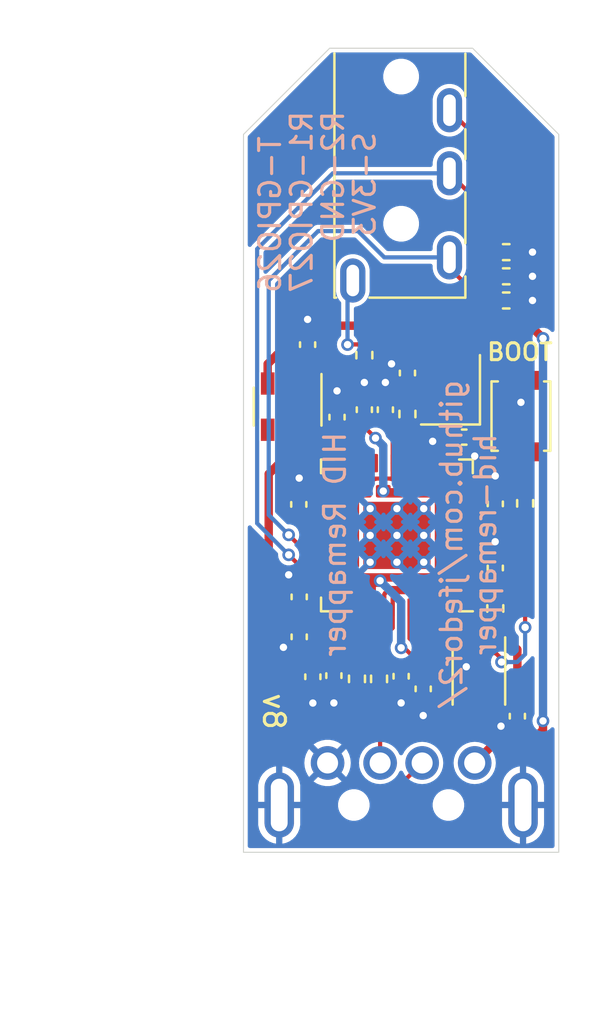
<source format=kicad_pcb>
(kicad_pcb (version 20240108) (generator "pcbnew") (generator_version "8.0")
  (layers (0 "F.Cu" signal) (31 "B.Cu" signal) (34 "B.Paste" user) (35 "F.Paste" user) (36 "B.SilkS" user "B.Silkscreen") (37 "F.SilkS" user "F.Silkscreen") (38 "B.Mask" user) (39 "F.Mask" user) (44 "Edge.Cuts" user))
  (net 0 "")
  (net 1 "GND")
  (net 2 "+5V")
  (net 3 "+3V3")
  (net 4 "Net-(U103-USB_DP)")
  (net 5 "Net-(U103-USB_DM)")
  (net 28 "1XIN")
  (net 29 "Net-(C119-Pad1)")
  (net 30 "1D+")
  (net 31 "1D-")
  (net 32 "1QSPI_SS")
  (net 33 "Net-(R106-Pad2)")
  (net 34 "1XOUT")
  (net 39 "1QSPI_SD3")
  (net 40 "1QSPI_SCLK")
  (net 41 "1QSPI_SD0")
  (net 42 "1QSPI_SD2")
  (net 43 "1QSPI_SD1")
  (net 45 "ADC0")
  (net 46 "+1V1")
  (net 47 "ADC1")
  (net 53 "Net-(J1-PadR2)")
  (net 54 "Net-(J1-PadS)")
  (footprint "SOT-23-5:SOT-23-5" (layer "F.Cu") (at 141.1 41.45 90)
    (property "Reference" "U4" (hide yes))
    (property "Value" "TLV73333PDBV")
    (pad "1" smd rect (at 1.1 0.95 270) (size 1.06 0.65) (layers "F.Cu" "F.Paste" "F.Mask") (net 2 "+5V"))
    (pad "2" smd rect (at 1.1 0 270) (size 1.06 0.65) (layers "F.Cu" "F.Paste" "F.Mask") (net 1 "GND"))
    (pad "3" smd rect (at 1.1 -0.95 270) (size 1.06 0.65) (layers "F.Cu" "F.Paste" "F.Mask") (net 2 "+5V"))
    (pad "4" smd rect (at -1.1 -0.95 270) (size 1.06 0.65) (layers "F.Cu" "F.Paste" "F.Mask"))
    (pad "5" smd rect (at -1.1 0.95 270) (size 1.06 0.65) (layers "F.Cu" "F.Paste" "F.Mask") (net 3 "+3V3"))
  )
  (footprint "Capacitor_SMD:C_0402_1005Metric" (layer "F.Cu") (at 143.45 41.95 90)
    (property "Reference" "C16" (hide yes))
    (property "Value" "1u")
    (pad "1" smd roundrect (at -0.48 0 90) (size 0.56 0.62) (layers "F.Cu" "F.Paste" "F.Mask") (net 3 "+3V3"))
    (pad "2" smd roundrect (at 0.48 0 90) (size 0.56 0.62) (layers "F.Cu" "F.Paste" "F.Mask") (net 1 "GND"))
  )
  (footprint "Capacitor_SMD:C_0402_1005Metric" (layer "F.Cu") (at 142.05 38.5 90)
    (property "Reference" "C15" (hide yes))
    (property "Value" "1u")
    (pad "1" smd roundrect (at -0.48 0 90) (size 0.56 0.62) (layers "F.Cu" "F.Paste" "F.Mask") (net 2 "+5V"))
    (pad "2" smd roundrect (at 0.48 0 90) (size 0.56 0.62) (layers "F.Cu" "F.Paste" "F.Mask") (net 1 "GND"))
  )
  (footprint "Resistor_SMD:R_0402_1005Metric" (layer "F.Cu") (at 152.4 46.05 90)
    (property "Reference" "R106" (hide yes))
    (property "Value" "1k")
    (pad "1" smd roundrect (at -0.51 0 90) (size 0.54 0.64) (layers "F.Cu" "F.Paste" "F.Mask") (net 32 "1QSPI_SS"))
    (pad "2" smd roundrect (at 0.51 0 90) (size 0.54 0.64) (layers "F.Cu" "F.Paste" "F.Mask") (net 33 "Net-(R106-Pad2)"))
  )
  (footprint "Type-A:C98125" (layer "F.Cu") (at 146.5 59.4)
    (property "Reference" "USB2" (hide yes))
    (property "Value" "USB_A")
    (pad "" np_thru_hole circle (at -2.25 1) (size 1 1) (drill 1) (layers "F&B.Cu" "*.Mask"))
    (pad "" np_thru_hole circle (at 2.25 1) (size 1 1) (drill 1) (layers "F&B.Cu" "*.Mask"))
    (pad "1" thru_hole circle (at 3.5 -1) (size 1.6 1.6) (drill 1) (layers "*.Cu" "*.Mask") (net 2 "+5V"))
    (pad "2" thru_hole circle (at 1 -1) (size 1.6 1.6) (drill 1) (layers "*.Cu" "*.Mask") (net 31 "1D-"))
    (pad "3" thru_hole circle (at -1 -1) (size 1.6 1.6) (drill 1) (layers "*.Cu" "*.Mask") (net 30 "1D+"))
    (pad "4" thru_hole circle (at -3.5 -1) (size 1.6 1.6) (drill 1) (layers "*.Cu" "*.Mask") (net 1 "GND"))
    (pad "5" thru_hole oval (at -5.8 1) (size 1.4 3.1) (drill oval 0.8 2.5) (layers "*.Cu" "*.Mask") (net 1 "GND"))
    (pad "5" thru_hole oval (at 5.8 1) (size 1.4 3.1) (drill oval 0.8 2.5) (layers "*.Cu" "*.Mask") (net 1 "GND"))
  )
  (footprint "Capacitor_SMD:C_0402_1005Metric" (layer "F.Cu") (at 149.5 42.9 180)
    (property "Reference" "C118" (hide yes))
    (property "Value" "15p")
    (pad "1" smd roundrect (at -0.48 0 180) (size 0.56 0.62) (layers "F.Cu" "F.Paste" "F.Mask") (net 1 "GND"))
    (pad "2" smd roundrect (at 0.48 0 180) (size 0.56 0.62) (layers "F.Cu" "F.Paste" "F.Mask") (net 28 "1XIN"))
  )
  (footprint "Capacitor_SMD:C_0402_1005Metric" (layer "F.Cu") (at 143.3 54.245 -90)
    (property "Reference" "C113" (hide yes))
    (property "Value" "1u")
    (pad "1" smd roundrect (at -0.48 0 270) (size 0.56 0.62) (layers "F.Cu" "F.Paste" "F.Mask") (net 46 "+1V1"))
    (pad "2" smd roundrect (at 0.48 0 270) (size 0.56 0.62) (layers "F.Cu" "F.Paste" "F.Mask") (net 1 "GND"))
  )
  (footprint "Capacitor_SMD:C_0402_1005Metric" (layer "F.Cu") (at 147.55 54.875 -90)
    (property "Reference" "C101" (hide yes))
    (property "Value" "100n")
    (pad "1" smd roundrect (at -0.48 0 270) (size 0.56 0.62) (layers "F.Cu" "F.Paste" "F.Mask") (net 46 "+1V1"))
    (pad "2" smd roundrect (at 0.48 0 270) (size 0.56 0.62) (layers "F.Cu" "F.Paste" "F.Mask") (net 1 "GND"))
  )
  (footprint "Capacitor_SMD:C_0402_1005Metric" (layer "F.Cu") (at 146.8 39.85 90)
    (property "Reference" "C119" (hide yes))
    (property "Value" "15p")
    (pad "1" smd roundrect (at -0.48 0 90) (size 0.56 0.62) (layers "F.Cu" "F.Paste" "F.Mask") (net 29 "Net-(C119-Pad1)"))
    (pad "2" smd roundrect (at 0.48 0 90) (size 0.56 0.62) (layers "F.Cu" "F.Paste" "F.Mask") (net 1 "GND"))
  )
  (footprint "Resistor_SMD:R_0402_1005Metric" (layer "F.Cu") (at 144.4 54.4 90)
    (property "Reference" "R104" (hide yes))
    (property "Value" "27")
    (pad "1" smd roundrect (at -0.51 0 90) (size 0.54 0.64) (layers "F.Cu" "F.Paste" "F.Mask") (net 31 "1D-"))
    (pad "2" smd roundrect (at 0.51 0 90) (size 0.54 0.64) (layers "F.Cu" "F.Paste" "F.Mask") (net 5 "Net-(U103-USB_DM)"))
  )
  (footprint "Capacitor_SMD:C_0402_1005Metric" (layer "F.Cu") (at 150.98 49.125 90)
    (property "Reference" "C104" (hide yes))
    (property "Value" "100n")
    (pad "1" smd roundrect (at -0.48 0 90) (size 0.56 0.62) (layers "F.Cu" "F.Paste" "F.Mask") (net 3 "+3V3"))
    (pad "2" smd roundrect (at 0.48 0 90) (size 0.56 0.62) (layers "F.Cu" "F.Paste" "F.Mask") (net 1 "GND"))
  )
  (footprint "Capacitor_SMD:C_0402_1005Metric" (layer "F.Cu") (at 152.03 56.175 -90)
    (property "Reference" "C117" (hide yes))
    (property "Value" "100n")
    (pad "1" smd roundrect (at -0.48 0 270) (size 0.56 0.62) (layers "F.Cu" "F.Paste" "F.Mask") (net 3 "+3V3"))
    (pad "2" smd roundrect (at 0.48 0 270) (size 0.56 0.62) (layers "F.Cu" "F.Paste" "F.Mask") (net 1 "GND"))
  )
  (footprint "Capacitor_SMD:C_0402_1005Metric" (layer "F.Cu") (at 141.63 46.1 90)
    (property "Reference" "C105" (hide yes))
    (property "Value" "100n")
    (pad "1" smd roundrect (at -0.48 0 90) (size 0.56 0.62) (layers "F.Cu" "F.Paste" "F.Mask") (net 3 "+3V3"))
    (pad "2" smd roundrect (at 0.48 0 90) (size 0.56 0.62) (layers "F.Cu" "F.Paste" "F.Mask") (net 1 "GND"))
  )
  (footprint "Capacitor_SMD:C_0402_1005Metric" (layer "F.Cu") (at 141.65 52.4 -90)
    (property "Reference" "C109" (hide yes))
    (property "Value" "100n")
    (pad "1" smd roundrect (at -0.48 0 270) (size 0.56 0.62) (layers "F.Cu" "F.Paste" "F.Mask") (net 3 "+3V3"))
    (pad "2" smd roundrect (at 0.48 0 270) (size 0.56 0.62) (layers "F.Cu" "F.Paste" "F.Mask") (net 1 "GND"))
  )
  (footprint "Jack:C18185602" (layer "F.Cu") (at 146.5 31.4 -90)
    (property "Reference" "J1" (hide yes))
    (property "Value" "AudioJack4")
    (pad "" np_thru_hole circle (at -5.65 0 270) (size 1.2 1.2) (drill 1.2) (layers "F&B.Cu" "*.Mask"))
    (pad "" np_thru_hole circle (at 1.35 0 270) (size 1.2 1.2) (drill 1.2) (layers "F&B.Cu" "*.Mask"))
    (pad "R1" thru_hole oval (at -1.05 -2.3 270) (size 2.1 1.2) (drill oval 1.5 0.6) (layers "*.Cu" "*.Mask") (net 47 "ADC1"))
    (pad "R2" thru_hole oval (at -4.05 -2.3 270) (size 2.1 1.2) (drill oval 1.5 0.6) (layers "*.Cu" "*.Mask") (net 53 "Net-(J1-PadR2)"))
    (pad "S" thru_hole oval (at 4.05 2.3 270) (size 2.1 1.2) (drill oval 1.5 0.6) (layers "*.Cu" "*.Mask") (net 54 "Net-(J1-PadS)"))
    (pad "T" thru_hole oval (at 2.95 -2.3 270) (size 2.1 1.2) (drill oval 1.5 0.6) (layers "*.Cu" "*.Mask") (net 45 "ADC0"))
  )
  (footprint "Capacitor_SMD:C_0402_1005Metric" (layer "F.Cu") (at 145.75 41.595 90)
    (property "Reference" "C107" (hide yes))
    (property "Value" "100n")
    (pad "1" smd roundrect (at -0.48 0 90) (size 0.56 0.62) (layers "F.Cu" "F.Paste" "F.Mask") (net 3 "+3V3"))
    (pad "2" smd roundrect (at 0.48 0 90) (size 0.56 0.62) (layers "F.Cu" "F.Paste" "F.Mask") (net 1 "GND"))
  )
  (footprint "Capacitor_SMD:C_0402_1005Metric" (layer "F.Cu") (at 146.5 54.275 -90)
    (property "Reference" "C103" (hide yes))
    (property "Value" "100n")
    (pad "1" smd roundrect (at -0.48 0 270) (size 0.56 0.62) (layers "F.Cu" "F.Paste" "F.Mask") (net 3 "+3V3"))
    (pad "2" smd roundrect (at 0.48 0 270) (size 0.56 0.62) (layers "F.Cu" "F.Paste" "F.Mask") (net 1 "GND"))
  )
  (footprint "Resistor_SMD:R_0402_1005Metric" (layer "F.Cu") (at 146.8 41.8 -90)
    (property "Reference" "R107" (hide yes))
    (property "Value" "1k")
    (pad "1" smd roundrect (at -0.51 0 270) (size 0.54 0.64) (layers "F.Cu" "F.Paste" "F.Mask") (net 29 "Net-(C119-Pad1)"))
    (pad "2" smd roundrect (at 0.51 0 270) (size 0.54 0.64) (layers "F.Cu" "F.Paste" "F.Mask") (net 34 "1XOUT"))
  )
  (footprint "USON:8-USON" (layer "F.Cu") (at 150.2 54.325 180)
    (property "Reference" "U105" (hide yes))
    (property "Value" "W25Q128JVS")
    (pad "1" smd rect (at -0.75 1.425 180) (size 0.3 0.75) (layers "F.Cu" "F.Paste" "F.Mask") (net 32 "1QSPI_SS"))
    (pad "2" smd rect (at -0.25 1.425 180) (size 0.3 0.75) (layers "F.Cu" "F.Paste" "F.Mask") (net 43 "1QSPI_SD1"))
    (pad "3" smd rect (at 0.25 1.425 180) (size 0.3 0.75) (layers "F.Cu" "F.Paste" "F.Mask") (net 42 "1QSPI_SD2"))
    (pad "4" smd rect (at 0 0 270) (size 0.3 1.7) (layers "F.Cu" "F.Paste" "F.Mask") (net 1 "GND"))
    (pad "4" smd rect (at 0.75 1.425 180) (size 0.3 0.75) (layers "F.Cu" "F.Paste" "F.Mask") (net 1 "GND"))
    (pad "5" smd rect (at 0.75 -1.425 180) (size 0.3 0.75) (layers "F.Cu" "F.Paste" "F.Mask") (net 41 "1QSPI_SD0"))
    (pad "6" smd rect (at 0.25 -1.425 180) (size 0.3 0.75) (layers "F.Cu" "F.Paste" "F.Mask") (net 40 "1QSPI_SCLK"))
    (pad "7" smd rect (at -0.25 -1.425 180) (size 0.3 0.75) (layers "F.Cu" "F.Paste" "F.Mask") (net 39 "1QSPI_SD3"))
    (pad "8" smd rect (at -0.75 -1.425 180) (size 0.3 0.75) (layers "F.Cu" "F.Paste" "F.Mask") (net 3 "+3V3"))
  )
  (footprint "Capacitor_SMD:C_0402_1005Metric" (layer "F.Cu") (at 142.3 54.3 -90)
    (property "Reference" "C110" (hide yes))
    (property "Value" "1u")
    (pad "1" smd roundrect (at -0.48 0 270) (size 0.56 0.62) (layers "F.Cu" "F.Paste" "F.Mask") (net 3 "+3V3"))
    (pad "2" smd roundrect (at 0.48 0 270) (size 0.56 0.62) (layers "F.Cu" "F.Paste" "F.Mask") (net 1 "GND"))
  )
  (footprint "Resistor_SMD:R_0402_1005Metric" (layer "F.Cu") (at 151.5 36.4)
    (property "Reference" "R3" (hide yes))
    (property "Value" "100k")
    (pad "1" smd roundrect (at -0.51 0) (size 0.54 0.64) (layers "F.Cu" "F.Paste" "F.Mask") (net 45 "ADC0"))
    (pad "2" smd roundrect (at 0.51 0) (size 0.54 0.64) (layers "F.Cu" "F.Paste" "F.Mask") (net 1 "GND"))
  )
  (footprint "Capacitor_SMD:C_0402_1005Metric" (layer "F.Cu") (at 150.98 46.075 90)
    (property "Reference" "C106" (hide yes))
    (property "Value" "100n")
    (pad "1" smd roundrect (at -0.48 0 90) (size 0.56 0.62) (layers "F.Cu" "F.Paste" "F.Mask") (net 3 "+3V3"))
    (pad "2" smd roundrect (at 0.48 0 90) (size 0.56 0.62) (layers "F.Cu" "F.Paste" "F.Mask") (net 1 "GND"))
  )
  (footprint "Capacitor_SMD:C_0402_1005Metric" (layer "F.Cu") (at 144.75 41.595 90)
    (property "Reference" "C102" (hide yes))
    (property "Value" "100n")
    (pad "1" smd roundrect (at -0.48 0 90) (size 0.56 0.62) (layers "F.Cu" "F.Paste" "F.Mask") (net 46 "+1V1"))
    (pad "2" smd roundrect (at 0.48 0 90) (size 0.56 0.62) (layers "F.Cu" "F.Paste" "F.Mask") (net 1 "GND"))
  )
  (footprint "RP2040:RP2040-QFN-56" (layer "F.Cu") (at 146.3 47.575 180)
    (property "Reference" "U103" (hide yes))
    (property "Value" "RP2040")
    (pad "1" smd roundrect (at -3.4375 -2.6 180) (size 0.875 0.2) (layers "F.Cu" "F.Paste" "F.Mask") (net 3 "+3V3"))
    (pad "2" smd roundrect (at -3.4375 -2.2 180) (size 0.875 0.2) (layers "F.Cu" "F.Paste" "F.Mask"))
    (pad "3" smd roundrect (at -3.4375 -1.8 180) (size 0.875 0.2) (layers "F.Cu" "F.Paste" "F.Mask"))
    (pad "4" smd roundrect (at -3.4375 -1.4 180) (size 0.875 0.2) (layers "F.Cu" "F.Paste" "F.Mask"))
    (pad "5" smd roundrect (at -3.4375 -1 180) (size 0.875 0.2) (layers "F.Cu" "F.Paste" "F.Mask"))
    (pad "6" smd roundrect (at -3.4375 -0.6 180) (size 0.875 0.2) (layers "F.Cu" "F.Paste" "F.Mask"))
    (pad "7" smd roundrect (at -3.4375 -0.2 180) (size 0.875 0.2) (layers "F.Cu" "F.Paste" "F.Mask"))
    (pad "8" smd roundrect (at -3.4375 0.2 180) (size 0.875 0.2) (layers "F.Cu" "F.Paste" "F.Mask"))
    (pad "9" smd roundrect (at -3.4375 0.6 180) (size 0.875 0.2) (layers "F.Cu" "F.Paste" "F.Mask"))
    (pad "10" smd roundrect (at -3.4375 1 180) (size 0.875 0.2) (layers "F.Cu" "F.Paste" "F.Mask") (net 3 "+3V3"))
    (pad "11" smd roundrect (at -3.4375 1.4 180) (size 0.875 0.2) (layers "F.Cu" "F.Paste" "F.Mask"))
    (pad "12" smd roundrect (at -3.4375 1.8 180) (size 0.875 0.2) (layers "F.Cu" "F.Paste" "F.Mask"))
    (pad "13" smd roundrect (at -3.4375 2.2 180) (size 0.875 0.2) (layers "F.Cu" "F.Paste" "F.Mask"))
    (pad "14" smd roundrect (at -3.4375 2.6 180) (size 0.875 0.2) (layers "F.Cu" "F.Paste" "F.Mask"))
    (pad "15" smd roundrect (at -2.6 3.4375 180) (size 0.2 0.875) (layers "F.Cu" "F.Paste" "F.Mask"))
    (pad "16" smd roundrect (at -2.2 3.4375 180) (size 0.2 0.875) (layers "F.Cu" "F.Paste" "F.Mask"))
    (pad "17" smd roundrect (at -1.8 3.4375 180) (size 0.2 0.875) (layers "F.Cu" "F.Paste" "F.Mask"))
    (pad "18" smd roundrect (at -1.4 3.4375 180) (size 0.2 0.875) (layers "F.Cu" "F.Paste" "F.Mask"))
    (pad "19" smd roundrect (at -1 3.4375 180) (size 0.2 0.875) (layers "F.Cu" "F.Paste" "F.Mask") (net 1 "GND"))
    (pad "20" smd roundrect (at -0.6 3.4375 180) (size 0.2 0.875) (layers "F.Cu" "F.Paste" "F.Mask") (net 28 "1XIN"))
    (pad "21" smd roundrect (at -0.2 3.4375 180) (size 0.2 0.875) (layers "F.Cu" "F.Paste" "F.Mask") (net 34 "1XOUT"))
    (pad "22" smd roundrect (at 0.2 3.4375 180) (size 0.2 0.875) (layers "F.Cu" "F.Paste" "F.Mask") (net 3 "+3V3"))
    (pad "23" smd roundrect (at 0.6 3.4375 180) (size 0.2 0.875) (layers "F.Cu" "F.Paste" "F.Mask") (net 46 "+1V1"))
    (pad "24" smd roundrect (at 1 3.4375 180) (size 0.2 0.875) (layers "F.Cu" "F.Paste" "F.Mask"))
    (pad "25" smd roundrect (at 1.4 3.4375 180) (size 0.2 0.875) (layers "F.Cu" "F.Paste" "F.Mask"))
    (pad "26" smd roundrect (at 1.8 3.4375 180) (size 0.2 0.875) (layers "F.Cu" "F.Paste" "F.Mask"))
    (pad "27" smd roundrect (at 2.2 3.4375 180) (size 0.2 0.875) (layers "F.Cu" "F.Paste" "F.Mask"))
    (pad "28" smd roundrect (at 2.6 3.4375 180) (size 0.2 0.875) (layers "F.Cu" "F.Paste" "F.Mask"))
    (pad "29" smd roundrect (at 3.4375 2.6 180) (size 0.875 0.2) (layers "F.Cu" "F.Paste" "F.Mask"))
    (pad "30" smd roundrect (at 3.4375 2.2 180) (size 0.875 0.2) (layers "F.Cu" "F.Paste" "F.Mask"))
    (pad "31" smd roundrect (at 3.4375 1.8 180) (size 0.875 0.2) (layers "F.Cu" "F.Paste" "F.Mask"))
    (pad "32" smd roundrect (at 3.4375 1.4 180) (size 0.875 0.2) (layers "F.Cu" "F.Paste" "F.Mask"))
    (pad "33" smd roundrect (at 3.4375 1 180) (size 0.875 0.2) (layers "F.Cu" "F.Paste" "F.Mask") (net 3 "+3V3"))
    (pad "34" smd roundrect (at 3.4375 0.6 180) (size 0.875 0.2) (layers "F.Cu" "F.Paste" "F.Mask"))
    (pad "35" smd roundrect (at 3.4375 0.2 180) (size 0.875 0.2) (layers "F.Cu" "F.Paste" "F.Mask"))
    (pad "36" smd roundrect (at 3.4375 -0.2 180) (size 0.875 0.2) (layers "F.Cu" "F.Paste" "F.Mask"))
    (pad "37" smd roundrect (at 3.4375 -0.6 180) (size 0.875 0.2) (layers "F.Cu" "F.Paste" "F.Mask"))
    (pad "38" smd roundrect (at 3.4375 -1 180) (size 0.875 0.2) (layers "F.Cu" "F.Paste" "F.Mask") (net 45 "ADC0"))
    (pad "39" smd roundrect (at 3.4375 -1.4 180) (size 0.875 0.2) (layers "F.Cu" "F.Paste" "F.Mask") (net 47 "ADC1"))
    (pad "40" smd roundrect (at 3.4375 -1.8 180) (size 0.875 0.2) (layers "F.Cu" "F.Paste" "F.Mask"))
    (pad "41" smd roundrect (at 3.4375 -2.2 180) (size 0.875 0.2) (layers "F.Cu" "F.Paste" "F.Mask"))
    (pad "42" smd roundrect (at 3.4375 -2.6 180) (size 0.875 0.2) (layers "F.Cu" "F.Paste" "F.Mask") (net 3 "+3V3"))
    (pad "43" smd roundrect (at 2.6 -3.4375 180) (size 0.2 0.875) (layers "F.Cu" "F.Paste" "F.Mask") (net 3 "+3V3"))
    (pad "44" smd roundrect (at 2.2 -3.4375 180) (size 0.2 0.875) (layers "F.Cu" "F.Paste" "F.Mask") (net 3 "+3V3"))
    (pad "45" smd roundrect (at 1.8 -3.4375 180) (size 0.2 0.875) (layers "F.Cu" "F.Paste" "F.Mask") (net 46 "+1V1"))
    (pad "46" smd roundrect (at 1.4 -3.4375 180) (size 0.2 0.875) (layers "F.Cu" "F.Paste" "F.Mask") (net 5 "Net-(U103-USB_DM)"))
    (pad "47" smd roundrect (at 1 -3.4375 180) (size 0.2 0.875) (layers "F.Cu" "F.Paste" "F.Mask") (net 4 "Net-(U103-USB_DP)"))
    (pad "48" smd roundrect (at 0.6 -3.4375 180) (size 0.2 0.875) (layers "F.Cu" "F.Paste" "F.Mask") (net 3 "+3V3"))
    (pad "49" smd roundrect (at 0.2 -3.4375 180) (size 0.2 0.875) (layers "F.Cu" "F.Paste" "F.Mask") (net 3 "+3V3"))
    (pad "50" smd roundrect (at -0.2 -3.4375 180) (size 0.2 0.875) (layers "F.Cu" "F.Paste" "F.Mask") (net 46 "+1V1"))
    (pad "51" smd roundrect (at -0.6 -3.4375 180) (size 0.2 0.875) (layers "F.Cu" "F.Paste" "F.Mask") (net 39 "1QSPI_SD3"))
    (pad "52" smd roundrect (at -1 -3.4375 180) (size 0.2 0.875) (layers "F.Cu" "F.Paste" "F.Mask") (net 40 "1QSPI_SCLK"))
    (pad "53" smd roundrect (at -1.4 -3.4375 180) (size 0.2 0.875) (layers "F.Cu" "F.Paste" "F.Mask") (net 41 "1QSPI_SD0"))
    (pad "54" smd roundrect (at -1.8 -3.4375 180) (size 0.2 0.875) (layers "F.Cu" "F.Paste" "F.Mask") (net 42 "1QSPI_SD2"))
    (pad "55" smd roundrect (at -2.2 -3.4375 180) (size 0.2 0.875) (layers "F.Cu" "F.Paste" "F.Mask") (net 43 "1QSPI_SD1"))
    (pad "56" smd roundrect (at -2.6 -3.4375 180) (size 0.2 0.875) (layers "F.Cu" "F.Paste" "F.Mask") (net 32 "1QSPI_SS"))
    (pad "57" thru_hole circle (at -1.275 -1.275 180) (size 0.6 0.6) (drill 0.35) (layers "*.Cu") (net 1 "GND"))
    (pad "57" thru_hole circle (at -1.275 0 180) (size 0.6 0.6) (drill 0.35) (layers "*.Cu") (net 1 "GND"))
    (pad "57" thru_hole circle (at -1.275 1.275 180) (size 0.6 0.6) (drill 0.35) (layers "*.Cu") (net 1 "GND"))
    (pad "57" thru_hole circle (at 0 -1.275 180) (size 0.6 0.6) (drill 0.35) (layers "*.Cu") (net 1 "GND"))
    (pad "57" thru_hole circle (at 0 0 180) (size 0.6 0.6) (drill 0.35) (layers "*.Cu") (net 1 "GND"))
    (pad "57" smd roundrect (at 0 0 180) (size 3.2 3.2) (layers "F.Cu" "F.Mask") (roundrect_rratio 0.045) (net 1 "GND"))
    (pad "57" thru_hole circle (at 0 1.275 180) (size 0.6 0.6) (drill 0.35) (layers "*.Cu") (net 1 "GND"))
    (pad "57" thru_hole circle (at 1.275 -1.275 180) (size 0.6 0.6) (drill 0.35) (layers "*.Cu") (net 1 "GND"))
    (pad "57" thru_hole circle (at 1.275 0 180) (size 0.6 0.6) (drill 0.35) (layers "*.Cu") (net 1 "GND"))
    (pad "57" thru_hole circle (at 1.275 1.275 180) (size 0.6 0.6) (drill 0.35) (layers "*.Cu") (net 1 "GND"))
  )
  (footprint "Resistor_SMD:R_0402_1005Metric" (layer "F.Cu") (at 145.45 54.4 90)
    (property "Reference" "R103" (hide yes))
    (property "Value" "27")
    (pad "1" smd roundrect (at -0.51 0 90) (size 0.54 0.64) (layers "F.Cu" "F.Paste" "F.Mask") (net 30 "1D+"))
    (pad "2" smd roundrect (at 0.51 0 90) (size 0.54 0.64) (layers "F.Cu" "F.Paste" "F.Mask") (net 4 "Net-(U103-USB_DP)"))
  )
  (footprint "Resistor_SMD:R_0402_1005Metric" (layer "F.Cu") (at 150.98 51.05 -90)
    (property "Reference" "R105" (hide yes))
    (property "Value" "10k")
    (pad "1" smd roundrect (at -0.51 0 270) (size 0.54 0.64) (layers "F.Cu" "F.Paste" "F.Mask") (net 3 "+3V3"))
    (pad "2" smd roundrect (at 0.51 0 270) (size 0.54 0.64) (layers "F.Cu" "F.Paste" "F.Mask") (net 32 "1QSPI_SS"))
  )
  (footprint "Crystal:Crystal_SMD_2520-4Pin_2.5x2.0mm" (layer "F.Cu") (at 148.85 40.65 90)
    (property "Reference" "Y101" (hide yes))
    (property "Value" "Crystal_GND24")
    (pad "1" smd rect (at -0.875 0.7 90) (size 1.15 1) (layers "F.Cu" "F.Paste" "F.Mask") (net 28 "1XIN"))
    (pad "2" smd rect (at 0.875 0.7 90) (size 1.15 1) (layers "F.Cu" "F.Paste" "F.Mask") (net 1 "GND"))
    (pad "3" smd rect (at 0.875 -0.7 90) (size 1.15 1) (layers "F.Cu" "F.Paste" "F.Mask") (net 29 "Net-(C119-Pad1)"))
    (pad "4" smd rect (at -0.875 -0.7 90) (size 1.15 1) (layers "F.Cu" "F.Paste" "F.Mask") (net 1 "GND"))
  )
  (footprint "Resistor_SMD:R_0402_1005Metric" (layer "F.Cu") (at 151.5 35.25)
    (property "Reference" "R4" (hide yes))
    (property "Value" "100k")
    (pad "1" smd roundrect (at -0.51 0) (size 0.54 0.64) (layers "F.Cu" "F.Paste" "F.Mask") (net 47 "ADC1"))
    (pad "2" smd roundrect (at 0.51 0) (size 0.54 0.64) (layers "F.Cu" "F.Paste" "F.Mask") (net 1 "GND"))
  )
  (footprint "Button_Switch_SMD:SW_SPST_B3U-1000P" (layer "F.Cu") (at 152.2 41.9 -90)
    (property "Reference" "SW102" (hide yes))
    (property "Value" "SW_Push")
    (pad "1" smd rect (at -1.7 0 270) (size 0.9 1.7) (layers "F.Cu" "F.Paste" "F.Mask") (net 1 "GND"))
    (pad "2" smd rect (at 1.7 0 270) (size 0.9 1.7) (layers "F.Cu" "F.Paste" "F.Mask") (net 33 "Net-(R106-Pad2)"))
  )
  (footprint "Resistor_SMD:R_0402_1005Metric" (layer "F.Cu") (at 151.5 34.1 180)
    (property "Reference" "R1" (hide yes))
    (property "Value" "1k")
    (pad "1" smd roundrect (at -0.51 0 180) (size 0.54 0.64) (layers "F.Cu" "F.Paste" "F.Mask") (net 1 "GND"))
    (pad "2" smd roundrect (at 0.51 0 180) (size 0.54 0.64) (layers "F.Cu" "F.Paste" "F.Mask") (net 53 "Net-(J1-PadR2)"))
  )
  (footprint "Resistor_SMD:R_0402_1005Metric" (layer "F.Cu") (at 144.75 39 90)
    (property "Reference" "R2" (hide yes))
    (property "Value" "1k")
    (pad "1" smd roundrect (at -0.51 0 90) (size 0.54 0.64) (layers "F.Cu" "F.Paste" "F.Mask") (net 3 "+3V3"))
    (pad "2" smd roundrect (at 0.51 0 90) (size 0.54 0.64) (layers "F.Cu" "F.Paste" "F.Mask") (net 54 "Net-(J1-PadS)"))
  )
  (footprint "Capacitor_SMD:C_0402_1005Metric" (layer "F.Cu") (at 141.65 50.5 90)
    (property "Reference" "C108" (hide yes))
    (property "Value" "100n")
    (pad "1" smd roundrect (at -0.48 0 90) (size 0.56 0.62) (layers "F.Cu" "F.Paste" "F.Mask") (net 3 "+3V3"))
    (pad "2" smd roundrect (at 0.48 0 90) (size 0.56 0.62) (layers "F.Cu" "F.Paste" "F.Mask") (net 1 "GND"))
  )
  (gr_line (start 149.9 24.4) (end 143.1 24.4) (stroke (width 0.05)) (layer "Edge.Cuts"))
  (gr_line (start 154 62.65) (end 154 28.5) (stroke (width 0.05)) (layer "Edge.Cuts"))
  (gr_line (start 149.9 24.4) (end 154 28.5) (stroke (width 0.05)) (layer "Edge.Cuts"))
  (gr_line (start 139 62.65) (end 154 62.65) (stroke (width 0.05)) (layer "Edge.Cuts"))
  (gr_line (start 143.1 24.4) (end 139 28.5) (stroke (width 0.05)) (layer "Edge.Cuts"))
  (gr_line (start 139 28.5) (end 139 62.65) (stroke (width 0.05)) (layer "Edge.Cuts"))
  (gr_text "R1-GPIO27" (at 142.35 27.3 90) (layer "B.SilkS") (effects (font (size 1 1) (thickness 0.15) (bold yes)) (justify left bottom mirror)))
  (gr_text "R2-GND" (at 143.85 27.3 90) (layer "B.SilkS") (effects (font (size 1 1) (thickness 0.15) (bold yes)) (justify left bottom mirror)))
  (gr_text "HID Remapper" (at 143.35 48 90) (layer "B.SilkS") (effects (font (size 1 1)) (justify mirror)))
  (gr_text "github.com/jfedor2/\nhid-remapper" (at 149.7 48 90) (layer "B.SilkS") (effects (font (size 1 1)) (justify mirror)))
  (gr_text "T-GPIO26" (at 140.85 28.5 90) (layer "B.SilkS") (effects (font (size 1 1) (thickness 0.15) (bold yes)) (justify left bottom mirror)))
  (gr_text "S-3V3" (at 145.35 28.3 90) (layer "B.SilkS") (effects (font (size 1 1) (thickness 0.15) (bold yes)) (justify left bottom mirror)))
  (gr_text "v8" (at 140.45 55.95 270) (layer "F.SilkS") (effects (font (size 1 1))))
  (gr_text "BOOT" (at 152.15 38.85 0) (layer "F.SilkS") (effects (font (size 0.8 0.8))))
  (segment (start 141.15 49.45) (end 141.65 49.95) (width 0.4) (layer "F.Cu") (net 1))
  (segment (start 149.6 54.325) (end 149.6 53.825) (width 0.2) (layer "F.Cu") (net 1))
  (segment (start 152.2 41.245) (end 152.2 40.2) (width 0.4) (layer "F.Cu") (net 1))
  (segment (start 152.01 35.25) (end 152.75 35.25) (width 0.4) (layer "F.Cu") (net 1))
  (segment (start 149.55 39.775) (end 149.65 39.775) (width 0.4) (layer "F.Cu") (net 1))
  (segment (start 147.805705 43.1) (end 147.3 43.605705) (width 0.2) (layer "F.Cu") (net 1))
  (segment (start 141.63 45.62) (end 141.63 44.87) (width 0.4) (layer "F.Cu") (net 1))
  (segment (start 146.043154 39.414669) (end 146.087823 39.37) (width 0.4) (layer "F.Cu") (net 1))
  (segment (start 149.45 53.675) (end 149.6 53.825) (width 0.2) (layer "F.Cu") (net 1))
  (segment (start 141.1 41.28) (end 141.29 41.47) (width 0.4) (layer "F.Cu") (net 1))
  (segment (start 142.05 37.3) (end 142.05 38.02) (width 0.4) (layer "F.Cu") (net 1))
  (segment (start 149.55 39.950489) (end 148.15 41.350489) (width 0.2) (layer "F.Cu") (net 1))
  (segment (start 143.3 54.725) (end 143.3 55.545) (width 0.4) (layer "F.Cu") (net 1))
  (segment (start 148 43.1) (end 147.805705 43.1) (width 0.2) (layer "F.Cu") (net 1))
  (segment (start 150.5 42.38) (end 149.98 42.9) (width 0.4) (layer "F.Cu") (net 1))
  (segment (start 149.98 43.78) (end 150 43.8) (width 0.4) (layer "F.Cu") (net 1))
  (segment (start 152.01 34.1) (end 152.75 34.1) (width 0.4) (layer "F.Cu") (net 1))
  (segment (start 149.98 42.9) (end 149.98 43.78) (width 0.4) (layer "F.Cu") (net 1))
  (segment (start 147.47 38.7) (end 146.8 39.37) (width 0.4) (layer "F.Cu") (net 1))
  (segment (start 152.01 36.4) (end 152.75 36.4) (width 0.4) (layer "F.Cu") (net 1))
  (segment (start 144.75 40.3) (end 144.75 41.115) (width 0.4) (layer "F.Cu") (net 1))
  (segment (start 147.3 43.605705) (end 147.3 44.1375) (width 0.2) (layer "F.Cu") (net 1))
  (segment (start 151.255 56.655) (end 151.25 56.65) (width 0.4) (layer "F.Cu") (net 1))
  (segment (start 141.65 49.95) (end 141.65 50.02) (width 0.4) (layer "F.Cu") (net 1))
  (segment (start 148.15 41.350489) (end 148.15 41.525) (width 0.2) (layer "F.Cu") (net 1))
  (segment (start 147.55 55.355) (end 147.55 56.145) (width 0.4) (layer "F.Cu") (net 1))
  (segment (start 140.9 52.9) (end 141.63 52.9) (width 0.4) (layer "F.Cu") (net 1))
  (segment (start 141.29 41.47) (end 143.45 41.47) (width 0.4) (layer "F.Cu") (net 1))
  (segment (start 149.55 39.775) (end 149.55 39.950489) (width 0.2) (layer "F.Cu") (net 1))
  (segment (start 150.5 40.625) (end 150.5 42.38) (width 0.4) (layer "F.Cu") (net 1))
  (segment (start 149.45 52.9) (end 149.45 53.675) (width 0.2) (layer "F.Cu") (net 1))
  (segment (start 141.63 52.9) (end 141.65 52.88) (width 0.4) (layer "F.Cu") (net 1))
  (segment (start 146.5 54.755) (end 146.5 55.545) (width 0.4) (layer "F.Cu") (net 1))
  (segment (start 149.55 39.5) (end 148.75 38.7) (width 0.4) (layer "F.Cu") (net 1))
  (segment (start 150.98 44.745) (end 150.98 45.595) (width 0.4) (layer "F.Cu") (net 1))
  (segment (start 152.03 56.655) (end 151.255 56.655) (width 0.4) (layer "F.Cu") (net 1))
  (segment (start 143.45 41.47) (end 143.45 40.7) (width 0.4) (layer "F.Cu") (net 1))
  (segment (start 149.65 39.775) (end 150.5 40.625) (width 0.4) (layer "F.Cu") (net 1))
  (segment (start 150.98 47.88) (end 150.98 48.645) (width 0.4) (layer "F.Cu") (net 1))
  (segment (start 150.975 47.875) (end 150.98 47.88) (width 0.4) (layer "F.Cu") (net 1))
  (segment (start 145.75 40.3) (end 145.75 41.115) (width 0.4) (layer "F.Cu") (net 1))
  (segment (start 142.3 55.55) (end 142.3 54.78) (width 0.4) (layer "F.Cu") (net 1))
  (segment (start 141.1 40.35) (end 141.1 41.28) (width 0.4) (layer "F.Cu") (net 1))
  (segment (start 146.087823 39.37) (end 146.8 39.37) (width 0.4) (layer "F.Cu") (net 1))
  (segment (start 149.55 39.775) (end 149.55 39.5) (width 0.4) (layer "F.Cu") (net 1))
  (segment (start 141.63 44.87) (end 141.65 44.85) (width 0.4) (layer "F.Cu") (net 1))
  (segment (start 148.75 38.7) (end 147.47 38.7) (width 0.4) (layer "F.Cu") (net 1))
  (via (at 141.15 49.45) (size 0.6) (drill 0.35) (layers "F.Cu" "B.Cu") (net 1))
  (via (at 149.6 53.825) (size 0.6) (drill 0.35) (layers "F.Cu" "B.Cu") (net 1))
  (via (at 143.45 40.7) (size 0.6) (drill 0.35) (layers "F.Cu" "B.Cu") (net 1))
  (via (at 152.75 35.25) (size 0.6) (drill 0.35) (layers "F.Cu" "B.Cu") (net 1))
  (via (at 146.5 55.545) (size 0.6) (drill 0.35) (layers "F.Cu" "B.Cu") (net 1))
  (via (at 152.75 36.4) (size 0.6) (drill 0.35) (layers "F.Cu" "B.Cu") (net 1))
  (via (at 152.75 34.1) (size 0.6) (drill 0.35) (layers "F.Cu" "B.Cu") (net 1))
  (via (at 146.043154 39.414669) (size 0.6) (drill 0.35) (layers "F.Cu" "B.Cu") (net 1))
  (via (at 152.2 41.245) (size 0.6) (drill 0.35) (layers "F.Cu" "B.Cu") (net 1))
  (via (at 148 43.1) (size 0.6) (drill 0.35) (layers "F.Cu" "B.Cu") (net 1))
  (via (at 150 43.8) (size 0.6) (drill 0.35) (layers "F.Cu" "B.Cu") (net 1))
  (via (at 142.05 37.3) (size 0.6) (drill 0.35) (layers "F.Cu" "B.Cu") (net 1))
  (via (at 150.975 47.875) (size 0.6) (drill 0.35) (layers "F.Cu" "B.Cu") (net 1))
  (via (at 145.75 40.3) (size 0.6) (drill 0.35) (layers "F.Cu" "B.Cu") (net 1))
  (via (at 140.9 52.9) (size 0.6) (drill 0.35) (layers "F.Cu" "B.Cu") (net 1))
  (via (at 141.65 44.85) (size 0.6) (drill 0.35) (layers "F.Cu" "B.Cu") (net 1))
  (via (at 143.3 55.545) (size 0.6) (drill 0.35) (layers "F.Cu" "B.Cu") (net 1))
  (via (at 150.98 44.745) (size 0.6) (drill 0.35) (layers "F.Cu" "B.Cu") (net 1))
  (via (at 144.75 40.3) (size 0.6) (drill 0.35) (layers "F.Cu" "B.Cu") (net 1))
  (via (at 142.3 55.55) (size 0.6) (drill 0.35) (layers "F.Cu" "B.Cu") (net 1))
  (via (at 151.25 56.65) (size 0.6) (drill 0.35) (layers "F.Cu" "B.Cu") (net 1))
  (via (at 147.55 56.145) (size 0.6) (drill 0.35) (layers "F.Cu" "B.Cu") (net 1))
  (segment (start 152.6 57.475) (end 150.925 57.475) (width 0.4) (layer "F.Cu") (net 2))
  (segment (start 142.62 38.98) (end 143.05 38.55) (width 0.4) (layer "F.Cu") (net 2))
  (segment (start 142.05 38.98) (end 142.62 38.98) (width 0.4) (layer "F.Cu") (net 2))
  (segment (start 143.4 37.6) (end 152.65 37.6) (width 0.4) (layer "F.Cu") (net 2))
  (segment (start 153.25 56.4) (end 153.25 56.825) (width 0.4) (layer "F.Cu") (net 2))
  (segment (start 142.05 40.35) (end 142.05 38.98) (width 0.4) (layer "F.Cu") (net 2))
  (segment (start 142.05 38.98) (end 140.59 38.98) (width 0.4) (layer "F.Cu") (net 2))
  (segment (start 153.25 56.825) (end 152.6 57.475) (width 0.4) (layer "F.Cu") (net 2))
  (segment (start 143.05 37.95) (end 143.4 37.6) (width 0.4) (layer "F.Cu") (net 2))
  (segment (start 150.925 57.475) (end 150 58.4) (width 0.4) (layer "F.Cu") (net 2))
  (segment (start 152.65 37.6) (end 153.25 38.2) (width 0.4) (layer "F.Cu") (net 2))
  (segment (start 140.15 39.42) (end 140.15 40.35) (width 0.4) (layer "F.Cu") (net 2))
  (segment (start 140.59 38.98) (end 140.15 39.42) (width 0.4) (layer "F.Cu") (net 2))
  (segment (start 143.05 38.55) (end 143.05 37.95) (width 0.4) (layer "F.Cu") (net 2))
  (via (at 153.25 56.4) (size 0.6) (drill 0.35) (layers "F.Cu" "B.Cu") (net 2))
  (via (at 153.25 38.2) (size 0.6) (drill 0.35) (layers "F.Cu" "B.Cu") (net 2))
  (segment (start 153.25 38.2) (end 153.25 56.4) (width 0.4) (layer "B.Cu") (net 2))
  (segment (start 145.85 53.213004) (end 146.431996 53.795) (width 0.2) (layer "F.Cu") (net 3))
  (segment (start 146.431996 53.795) (end 146.5 53.795) (width 0.2) (layer "F.Cu") (net 3))
  (segment (start 143.65 50.175) (end 143.7 50.225) (width 0.2) (layer "F.Cu") (net 3))
  (segment (start 151.975 55.75) (end 151 55.75) (width 0.4) (layer "F.Cu") (net 3))
  (segment (start 144.1 50.375) (end 143.9 50.175) (width 0.2) (layer "F.Cu") (net 3))
  (segment (start 141.65 50.98) (end 141.68 50.95) (width 0.4) (layer "F.Cu") (net 3))
  (segment (start 151.036604 50.54) (end 151.7 51.203396) (width 0.4) (layer "F.Cu") (net 3))
  (segment (start 146.1 51.0125) (end 146.1 50.275) (width 0.2) (layer "F.Cu") (net 3))
  (segment (start 140.2 44.65) (end 142.05 42.8) (width 0.4) (layer "F.Cu") (net 3))
  (segment (start 149.7375 50.175) (end 148.95 50.175) (width 0.2) (layer "F.Cu") (net 3))
  (segment (start 146.1 44.1375) (end 146.1 42.9) (width 0.2) (layer "F.Cu") (net 3))
  (segment (start 150.96 46.575) (end 150.98 46.555) (width 0.2) (layer "F.Cu") (net 3))
  (segment (start 141.65 50.98) (end 141.65 51.92) (width 0.4) (layer "F.Cu") (net 3))
  (segment (start 142.8625 46.575) (end 143.75 46.575) (width 0.2) (layer "F.Cu") (net 3))
  (segment (start 142.8625 50.175) (end 143.65 50.175) (width 0.2) (layer "F.Cu") (net 3))
  (segment (start 150.98 50.54) (end 151.036604 50.54) (width 0.4) (layer "F.Cu") (net 3))
  (segment (start 143.9 51.8) (end 143.78 51.92) (width 0.4) (layer "F.Cu") (net 3))
  (segment (start 141.635 46.575) (end 141.63 46.58) (width 0.2) (layer "F.Cu") (net 3))
  (segment (start 141.65 50.98) (end 141.08 50.98) (width 0.4) (layer "F.Cu") (net 3))
  (segment (start 144.64 39.51) (end 144.1 40.05) (width 0.2) (layer "F.Cu") (net 3))
  (segment (start 151.7 51.203396) (end 151.7 52.675) (width 0.4) (layer "F.Cu") (net 3))
  (segment (start 144.1 51.0125) (end 144.1 50.375) (width 0.2) (layer "F.Cu") (net 3))
  (segment (start 142.3 53.35) (end 142.8625 52.7875) (width 0.4) (layer "F.Cu") (net 3))
  (segment (start 142.17 42.43) (end 142.05 42.55) (width 0.4) (layer "F.Cu") (net 3))
  (segment (start 142.3 53.82) (end 142.3 53.35) (width 0.4) (layer "F.Cu") (net 3))
  (segment (start 149.975 50.54) (end 149.73 50.295) (width 0.4) (layer "F.Cu") (net 3))
  (segment (start 142.05 42.8) (end 142.05 42.55) (width 0.4) (layer "F.Cu") (net 3))
  (segment (start 146.1 44.1375) (end 146.1 44.875) (width 0.2) (layer "F.Cu") (net 3))
  (segment (start 145.7 51.0125) (end 145.7 50.375) (width 0.2) (layer "F.Cu") (net 3))
  (segment (start 144.1 51.0125) (end 144.1 51.625) (width 0.2) (layer "F.Cu") (net 3))
  (segment (start 145.75 42.55) (end 145.75 42.075) (width 0.2) (layer "F.Cu") (net 3))
  (segment (start 145.7 52.075) (end 145.85 52.225) (width 0.2) (layer "F.Cu") (net 3))
  (segment (start 141.68 50.95) (end 143.55 50.95) (width 0.4) (layer "F.Cu") (net 3))
  (segment (start 146.1 51.975) (end 145.85 52.225) (width 0.2) (layer "F.Cu") (net 3))
  (segment (start 143.7 50.225) (end 143.7 51.0125) (width 0.2) (layer "F.Cu") (net 3))
  (segment (start 149.2 46.575) (end 149.05 46.575) (width 0.2) (layer "F.Cu") (net 3))
  (segment (start 146.1 51.0125) (end 146.1 51.975) (width 0.2) (layer "F.Cu") (net 3))
  (segment (start 143.78 51.92) (end 141.65 51.92) (width 0.4) (layer "F.Cu") (net 3))
  (segment (start 144.1 42.2) (end 143.87 42.43) (width 0.2) (layer "F.Cu") (net 3))
  (segment (start 149.7375 46.575) (end 149.2 46.575) (width 0.2) (layer "F.Cu") (net 3))
  (segment (start 145.7 50.375) (end 145.75 50.325) (width 0.2) (layer "F.Cu") (net 3))
  (segment (start 150.98 50.54) (end 149.975 50.54) (width 0.4) (layer "F.Cu") (net 3))
  (segment (start 144.1 40.05) (end 144.1 42.2) (width 0.2) (layer "F.Cu") (net 3))
  (segment (start 144.75 39.51) (end 144.64 39.51) (width 0.2) (layer "F.Cu") (net 3))
  (segment (start 144.1 51.625) (end 143.9 51.825) (width 0.2) (layer "F.Cu") (net 3))
  (segment (start 145.85 52.225) (end 145.85 53.213004) (width 0.2) (layer "F.Cu") (net 3))
  (segment (start 151.7 52.675) (end 152.03 53.005) (width 0.4) (layer "F.Cu") (net 3))
  (segment (start 150.98 49.605) (end 150.98 50.54) (width 0.4) (layer "F.Cu") (net 3))
  (segment (start 143.87 42.43) (end 143.45 42.43) (width 0.2) (layer "F.Cu") (net 3))
  (segment (start 141.08 50.98) (end 140.2 50.1) (width 0.4) (layer "F.Cu") (net 3))
  (segment (start 152.03 53.005) (end 152.03 55.695) (width 0.4) (layer "F.Cu") (net 3))
  (segment (start 142.8625 46.575) (end 141.635 46.575) (width 0.2) (layer "F.Cu") (net 3))
  (segment (start 146.1 42.9) (end 145.75 42.55) (width 0.2) (layer "F.Cu") (net 3))
  (segment (start 143.45 42.43) (end 142.17 42.43) (width 0.4) (layer "F.Cu") (net 3))
  (segment (start 149.7375 46.575) (end 150.96 46.575) (width 0.2) (layer "F.Cu") (net 3))
  (segment (start 140.2 50.1) (end 140.2 44.65) (width 0.4) (layer "F.Cu") (net 3))
  (segment (start 145.7 51.0125) (end 145.7 52.075) (width 0.2) (layer "F.Cu") (net 3))
  (segment (start 142.8625 52.7875) (end 142.8625 50.27501) (width 0.4) (layer "F.Cu") (net 3))
  (segment (start 152.03 55.695) (end 151.975 55.75) (width 0.4) (layer "F.Cu") (net 3))
  (segment (start 145.3 53) (end 145.45 53.15) (width 0.2) (layer "F.Cu") (net 4))
  (segment (start 145.45 53.15) (end 145.45 53.89) (width 0.2) (layer "F.Cu") (net 4))
  (segment (start 145.3 51.0125) (end 145.3 53) (width 0.2) (layer "F.Cu") (net 4))
  (segment (start 144.9 53) (end 144.4 53.5) (width 0.2) (layer "F.Cu") (net 5))
  (segment (start 144.4 53.5) (end 144.4 53.89) (width 0.2) (layer "F.Cu") (net 5))
  (segment (start 144.9 51.0125) (end 144.9 53) (width 0.2) (layer "F.Cu") (net 5))
  (segment (start 147.75 42.5) (end 148.62 42.5) (width 0.2) (layer "F.Cu") (net 28))
  (segment (start 148.62 42.5) (end 149.02 42.9) (width 0.2) (layer "F.Cu") (net 28))
  (segment (start 149.02 42.9) (end 149.55 42.37) (width 0.2) (layer "F.Cu") (net 28))
  (segment (start 149.55 42.37) (end 149.55 41.525) (width 0.2) (layer "F.Cu") (net 28))
  (segment (start 146.9 43.35) (end 147.75 42.5) (width 0.2) (layer "F.Cu") (net 28))
  (segment (start 146.9 44.1375) (end 146.9 43.35) (width 0.2) (layer "F.Cu") (net 28))
  (segment (start 146.8 40.33) (end 146.87 40.33) (width 0.2) (layer "F.Cu") (net 29))
  (segment (start 146.8 41.29) (end 146.8 40.33) (width 0.2) (layer "F.Cu") (net 29))
  (segment (start 147.425 39.775) (end 148.15 39.775) (width 0.2) (layer "F.Cu") (net 29))
  (segment (start 146.87 40.33) (end 147.425 39.775) (width 0.2) (layer "F.Cu") (net 29))
  (segment (start 145.45 54.91) (end 145.5 54.96) (width 0.2) (layer "F.Cu") (net 30))
  (segment (start 145.5 54.96) (end 145.5 58.4) (width 0.2) (layer "F.Cu") (net 30))
  (segment (start 146.25 59.65) (end 147.5 58.4) (width 0.2) (layer "F.Cu") (net 31))
  (segment (start 144.4 54.91) (end 144.25 55.06) (width 0.2) (layer "F.Cu") (net 31))
  (segment (start 145.05 59.65) (end 146.25 59.65) (width 0.2) (layer "F.Cu") (net 31))
  (segment (start 144.25 55.06) (end 144.25 58.85) (width 0.2) (layer "F.Cu") (net 31))
  (segment (start 144.25 58.85) (end 145.05 59.65) (width 0.2) (layer "F.Cu") (net 31))
  (segment (start 150.95 53.125) (end 151.1995 53.3745) (width 0.2) (layer "F.Cu") (net 32))
  (segment (start 152.3995 46.5605) (end 152.4 46.56) (width 0.2) (layer "F.Cu") (net 32))
  (segment (start 150.95 52.9) (end 150.95 53.125) (width 0.2) (layer "F.Cu") (net 32))
  (segment (start 152.3995 51.95) (end 152.3995 46.5605) (width 0.2) (layer "F.Cu") (net 32))
  (segment (start 151.1995 53.3745) (end 151.1995 53.6) (width 0.2) (layer "F.Cu") (net 32))
  (segment (start 149.7 51.325) (end 150.745 51.325) (width 0.2) (layer "F.Cu") (net 32))
  (segment (start 150.95 51.59) (end 150.98 51.56) (width 0.2) (layer "F.Cu") (net 32))
  (segment (start 148.9 51.0125) (end 149.3875 51.0125) (width 0.2) (layer "F.Cu") (net 32))
  (segment (start 149.3875 51.0125) (end 149.7 51.325) (width 0.2) (layer "F.Cu") (net 32))
  (segment (start 150.745 51.325) (end 150.98 51.56) (width 0.2) (layer "F.Cu") (net 32))
  (segment (start 150.95 52.9) (end 150.95 51.59) (width 0.2) (layer "F.Cu") (net 32))
  (via (at 151.275 53.6) (size 0.6) (drill 0.35) (layers "F.Cu" "B.Cu") (net 32))
  (via (at 152.3995 51.95) (size 0.6) (drill 0.35) (layers "F.Cu" "B.Cu") (net 32))
  (segment (start 152.3995 51.95) (end 152.3995 53.2255) (width 0.2) (layer "B.Cu") (net 32))
  (segment (start 152.3995 53.2255) (end 152.025 53.6) (width 0.2) (layer "B.Cu") (net 32))
  (segment (start 152.025 53.6) (end 151.275 53.6) (width 0.2) (layer "B.Cu") (net 32))
  (segment (start 152.4 45.54) (end 152.4 43.8) (width 0.2) (layer "F.Cu") (net 33))
  (segment (start 152.4 43.8) (end 152.2 43.6) (width 0.2) (layer "F.Cu") (net 33))
  (segment (start 146.5 44.1375) (end 146.5 42.61) (width 0.2) (layer "F.Cu") (net 34))
  (segment (start 146.5 42.61) (end 146.8 42.31) (width 0.2) (layer "F.Cu") (net 34))
  (segment (start 150.45 56.375) (end 150.45 55.75) (width 0.2) (layer "F.Cu") (net 39))
  (segment (start 148.15952 56.150206) (end 148.834314 56.825) (width 0.2) (layer "F.Cu") (net 39))
  (segment (start 150 56.825) (end 150.45 56.375) (width 0.2) (layer "F.Cu") (net 39))
  (segment (start 146.9 52.477162) (end 148.15952 53.736682) (width 0.2) (layer "F.Cu") (net 39))
  (segment (start 148.15952 53.736682) (end 148.15952 56.150206) (width 0.2) (layer "F.Cu") (net 39))
  (segment (start 146.9 51.0125) (end 146.9 52.477162) (width 0.2) (layer "F.Cu") (net 39))
  (segment (start 148.834314 56.825) (end 150 56.825) (width 0.2) (layer "F.Cu") (net 39))
  (segment (start 148.559039 53.571195) (end 148.55904 55.98404) (width 0.2) (layer "F.Cu") (net 40))
  (segment (start 149 56.425) (end 149.75 56.425) (width 0.2) (layer "F.Cu") (net 40))
  (segment (start 147.3 52.312156) (end 148.559039 53.571195) (width 0.2) (layer "F.Cu") (net 40))
  (segment (start 149.75 56.425) (end 149.95 56.225) (width 0.2) (layer "F.Cu") (net 40))
  (segment (start 147.3 51.0125) (end 147.3 52.312156) (width 0.2) (layer "F.Cu") (net 40))
  (segment (start 149.95 56.225) (end 149.95 55.75) (width 0.2) (layer "F.Cu") (net 40))
  (segment (start 148.55904 55.98404) (end 149 56.425) (width 0.2) (layer "F.Cu") (net 40))
  (segment (start 148.958559 55.008559) (end 149.45 55.5) (width 0.2) (layer "F.Cu") (net 41))
  (segment (start 147.7 51.0125) (end 147.7 52.144988) (width 0.2) (layer "F.Cu") (net 41))
  (segment (start 149.45 55.5) (end 149.45 55.75) (width 0.2) (layer "F.Cu") (net 41))
  (segment (start 148.958559 53.403547) (end 148.958559 55.008559) (width 0.2) (layer "F.Cu") (net 41))
  (segment (start 147.7 52.144988) (end 148.958559 53.403547) (width 0.2) (layer "F.Cu") (net 41))
  (segment (start 149.75 52.225) (end 148.615699 52.225) (width 0.2) (layer "F.Cu") (net 42))
  (segment (start 148.615699 52.225) (end 148.1 51.709301) (width 0.2) (layer "F.Cu") (net 42))
  (segment (start 148.1 51.709301) (end 148.1 51.0125) (width 0.2) (layer "F.Cu") (net 42))
  (segment (start 149.95 52.425) (end 149.75 52.225) (width 0.2) (layer "F.Cu") (net 42))
  (segment (start 149.95 52.9) (end 149.95 52.425) (width 0.2) (layer "F.Cu") (net 42))
  (segment (start 150.45 52.325) (end 149.95 51.825) (width 0.2) (layer "F.Cu") (net 43))
  (segment (start 149.95 51.825) (end 148.780705 51.825) (width 0.2) (layer "F.Cu") (net 43))
  (segment (start 148.780705 51.825) (end 148.5 51.544295) (width 0.2) (layer "F.Cu") (net 43))
  (segment (start 148.5 51.544295) (end 148.5 51.0125) (width 0.2) (layer "F.Cu") (net 43))
  (segment (start 150.45 52.9) (end 150.45 52.325) (width 0.2) (layer "F.Cu") (net 43))
  (segment (start 142.175 48.575) (end 141.15 47.55) (width 0.2) (layer "F.Cu") (net 45))
  (segment (start 150.35 36.4) (end 150.99 36.4) (width 0.2) (layer "F.Cu") (net 45))
  (segment (start 148.8 34.35) (end 148.8 34.85) (width 0.2) (layer "F.Cu") (net 45))
  (segment (start 148.8 34.85) (end 150.35 36.4) (width 0.2) (layer "F.Cu") (net 45))
  (segment (start 142.8625 48.575) (end 142.175 48.575) (width 0.2) (layer "F.Cu") (net 45))
  (via (at 141.15 47.55) (size 0.6) (drill 0.35) (layers "F.Cu" "B.Cu") (net 45))
  (segment (start 142.55 33.1) (end 144.45 33.1) (width 0.2) (layer "B.Cu") (net 45))
  (segment (start 140.2 35.45) (end 142.55 33.1) (width 0.2) (layer "B.Cu") (net 45))
  (segment (start 140.2 46.6) (end 140.2 35.45) (width 0.2) (layer "B.Cu") (net 45))
  (segment (start 141.15 47.55) (end 140.2 46.6) (width 0.2) (layer "B.Cu") (net 45))
  (segment (start 145.7 34.35) (end 148.8 34.35) (width 0.2) (layer "B.Cu") (net 45))
  (segment (start 144.45 33.1) (end 145.7 34.35) (width 0.2) (layer "B.Cu") (net 45))
  (segment (start 144.75 42.415) (end 144.75 42.075) (width 0.2) (layer "F.Cu") (net 46))
  (segment (start 145.7 43.365) (end 145.7 44.1375) (width 0.2) (layer "F.Cu") (net 46))
  (segment (start 145.28 42.945) (end 145.7 43.365) (width 0.2) (layer "F.Cu") (net 46))
  (segment (start 146.5 52.924998) (end 146.499999 52.924999) (width 0.2) (layer "F.Cu") (net 46))
  (segment (start 147.55 53.825) (end 146.649999 52.924999) (width 0.2) (layer "F.Cu") (net 46))
  (segment (start 144.5 51.0125) (end 144.5 50.325) (width 0.2) (layer "F.Cu") (net 46))
  (segment (start 146.649999 52.924999) (end 146.499999 52.924999) (width 0.2) (layer "F.Cu") (net 46))
  (segment (start 144.5 51.0125) (end 144.5 52.125) (width 0.2) (layer "F.Cu") (net 46))
  (segment (start 146.5 51.0125) (end 146.5 52.924998) (width 0.2) (layer "F.Cu") (net 46))
  (segment (start 144.5 50.325) (end 144.7 50.125) (width 0.2) (layer "F.Cu") (net 46))
  (segment (start 145.28 42.945) (end 144.75 42.415) (width 0.2) (layer "F.Cu") (net 46))
  (segment (start 144.5 52.125) (end 143.3 53.325) (width 0.2) (layer "F.Cu") (net 46))
  (segment (start 143.3 53.325) (end 143.3 53.765) (width 0.2) (layer "F.Cu") (net 46))
  (segment (start 147.55 54.395) (end 147.55 53.825) (width 0.2) (layer "F.Cu") (net 46))
  (via (at 145.5 49.729945) (size 0.6) (drill 0.35) (layers "F.Cu" "B.Cu") (net 46))
  (via (at 145.28 42.945) (size 0.6) (drill 0.35) (layers "F.Cu" "B.Cu") (net 46))
  (via (at 145.6501 45.467271) (size 0.6) (drill 0.35) (layers "F.Cu" "B.Cu") (net 46))
  (via (at 146.499999 52.924999) (size 0.6) (drill 0.35) (layers "F.Cu" "B.Cu") (net 46))
  (segment (start 145.5 49.734945) (end 146.5 50.734945) (width 0.4) (layer "B.Cu") (net 46))
  (segment (start 145.28 42.945) (end 145.65 43.315) (width 0.4) (layer "B.Cu") (net 46))
  (segment (start 145.65 45.467171) (end 145.6501 45.467271) (width 0.4) (layer "B.Cu") (net 46))
  (segment (start 146.5 50.734945) (end 146.499999 52.929999) (width 0.4) (layer "B.Cu") (net 46))
  (segment (start 145.65 43.315) (end 145.65 45.467171) (width 0.4) (layer "B.Cu") (net 46))
  (segment (start 150 34.9) (end 150.35 35.25) (width 0.2) (layer "F.Cu") (net 47))
  (segment (start 141.625 48.975) (end 142.8625 48.975) (width 0.2) (layer "F.Cu") (net 47))
  (segment (start 148.8 30.35) (end 150 31.55) (width 0.2) (layer "F.Cu") (net 47))
  (segment (start 150 31.55) (end 150 34.9) (width 0.2) (layer "F.Cu") (net 47))
  (segment (start 150.35 35.25) (end 150.99 35.25) (width 0.2) (layer "F.Cu") (net 47))
  (segment (start 141.15 48.5) (end 141.625 48.975) (width 0.2) (layer "F.Cu") (net 47))
  (via (at 141.15 48.5) (size 0.6) (drill 0.35) (layers "F.Cu" "B.Cu") (net 47))
  (segment (start 143.25 30.35) (end 148.8 30.35) (width 0.2) (layer "B.Cu") (net 47))
  (segment (start 141.15 48.5) (end 139.65 47) (width 0.2) (layer "B.Cu") (net 47))
  (segment (start 139.65 33.95) (end 143.25 30.35) (width 0.2) (layer "B.Cu") (net 47))
  (segment (start 139.65 47) (end 139.65 33.95) (width 0.2) (layer "B.Cu") (net 47))
  (segment (start 150.99 29.54) (end 150.99 34.1) (width 0.2) (layer "F.Cu") (net 53))
  (segment (start 148.8 27.35) (end 150.99 29.54) (width 0.2) (layer "F.Cu") (net 53))
  (segment (start 143.95 38.5) (end 143.96 38.49) (width 0.2) (layer "F.Cu") (net 54))
  (segment (start 143.96 38.49) (end 144.75 38.49) (width 0.2) (layer "F.Cu") (net 54))
  (via (at 143.95 38.5) (size 0.6) (drill 0.35) (layers "F.Cu" "B.Cu") (net 54))
  (segment (start 143.95 35.7) (end 144.2 35.45) (width 0.2) (layer "B.Cu") (net 54))
  (segment (start 143.95 38.5) (end 143.95 35.7) (width 0.2) (layer "B.Cu") (net 54))
  (zone (net 46) (net_name "+1V1") (layer "F.Cu") (priority 1) (connect_pads yes (clearance 0.15)) (min_thickness 0.15) (fill yes (thermal_gap 0.508) (thermal_bridge_width 0.508))
    (polygon (pts (xy 144.3 49.325) (xy 144.85 49.325) (xy 144.85 49.175) (xy 147.9 49.175) (xy 147.9 45.975) (xy 145.3 45.975) (xy 145.3 45.175) (xy 146 45.175) (xy 146 45.325) (xy 148.55 45.325) (xy 148.55 49.775) (xy 145.75 49.775) (xy 145.75 50.025) (xy 145.3 50.025) (xy 145.3 50.375) (xy 144.3 50.375)))
  )
  (zone (net 3) (net_name "+3V3") (layer "F.Cu") (connect_pads yes (clearance 0.15)) (min_thickness 0.15) (fill yes (thermal_gap 0.508) (thermal_bridge_width 0.508))
    (polygon (pts (xy 143.5 44.775) (xy 149.1 44.775) (xy 149.1 50.375) (xy 143.5 50.375)))
  )
  (zone (net 1) (net_name "GND") (layer "B.Cu") (connect_pads (clearance 0.2)) (min_thickness 0.2) (fill yes (thermal_gap 0.3) (thermal_bridge_width 0.3))
    (polygon (pts (xy 154 62.65) (xy 139 62.65) (xy 139 24.4) (xy 154 24.4)))
  )
)
</source>
